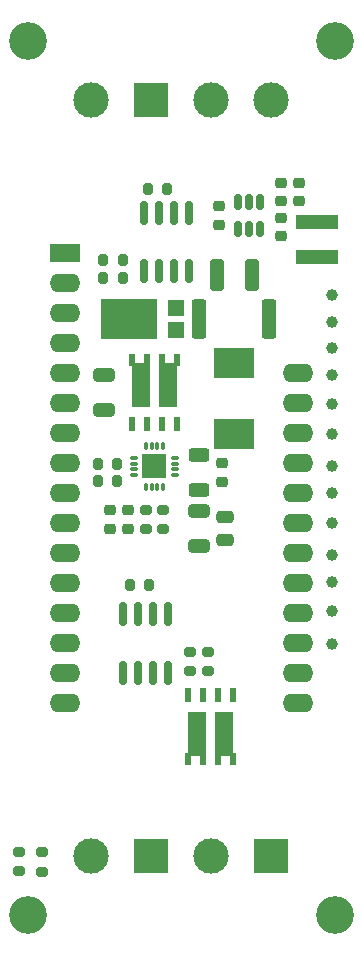
<source format=gbr>
%TF.GenerationSoftware,KiCad,Pcbnew,8.0.0*%
%TF.CreationDate,2024-05-24T13:22:15-04:00*%
%TF.ProjectId,MPPT Charge Controller,4d505054-2043-4686-9172-676520436f6e,0.1*%
%TF.SameCoordinates,Original*%
%TF.FileFunction,Soldermask,Top*%
%TF.FilePolarity,Negative*%
%FSLAX46Y46*%
G04 Gerber Fmt 4.6, Leading zero omitted, Abs format (unit mm)*
G04 Created by KiCad (PCBNEW 8.0.0) date 2024-05-24 13:22:15*
%MOMM*%
%LPD*%
G01*
G04 APERTURE LIST*
G04 Aperture macros list*
%AMRoundRect*
0 Rectangle with rounded corners*
0 $1 Rounding radius*
0 $2 $3 $4 $5 $6 $7 $8 $9 X,Y pos of 4 corners*
0 Add a 4 corners polygon primitive as box body*
4,1,4,$2,$3,$4,$5,$6,$7,$8,$9,$2,$3,0*
0 Add four circle primitives for the rounded corners*
1,1,$1+$1,$2,$3*
1,1,$1+$1,$4,$5*
1,1,$1+$1,$6,$7*
1,1,$1+$1,$8,$9*
0 Add four rect primitives between the rounded corners*
20,1,$1+$1,$2,$3,$4,$5,0*
20,1,$1+$1,$4,$5,$6,$7,0*
20,1,$1+$1,$6,$7,$8,$9,0*
20,1,$1+$1,$8,$9,$2,$3,0*%
G04 Aperture macros list end*
%ADD10RoundRect,0.250000X-1.050000X-0.550000X1.050000X-0.550000X1.050000X0.550000X-1.050000X0.550000X0*%
%ADD11O,2.600000X1.600000*%
%ADD12C,3.200000*%
%ADD13C,3.000000*%
%ADD14R,3.000000X3.000000*%
%ADD15RoundRect,0.225000X-0.250000X0.225000X-0.250000X-0.225000X0.250000X-0.225000X0.250000X0.225000X0*%
%ADD16RoundRect,0.250000X-0.362500X-1.425000X0.362500X-1.425000X0.362500X1.425000X-0.362500X1.425000X0*%
%ADD17RoundRect,0.150000X0.150000X-0.825000X0.150000X0.825000X-0.150000X0.825000X-0.150000X-0.825000X0*%
%ADD18RoundRect,0.200000X-0.275000X0.200000X-0.275000X-0.200000X0.275000X-0.200000X0.275000X0.200000X0*%
%ADD19C,1.000000*%
%ADD20RoundRect,0.225000X0.250000X-0.225000X0.250000X0.225000X-0.250000X0.225000X-0.250000X-0.225000X0*%
%ADD21R,3.600000X1.150000*%
%ADD22RoundRect,0.250000X0.650000X-0.325000X0.650000X0.325000X-0.650000X0.325000X-0.650000X-0.325000X0*%
%ADD23RoundRect,0.200000X-0.200000X-0.275000X0.200000X-0.275000X0.200000X0.275000X-0.200000X0.275000X0*%
%ADD24RoundRect,0.200000X0.200000X0.275000X-0.200000X0.275000X-0.200000X-0.275000X0.200000X-0.275000X0*%
%ADD25RoundRect,0.250000X0.325000X1.100000X-0.325000X1.100000X-0.325000X-1.100000X0.325000X-1.100000X0*%
%ADD26R,0.610000X1.270000*%
%ADD27R,1.650000X3.810000*%
%ADD28R,0.610000X1.020000*%
%ADD29RoundRect,0.250000X0.625000X-0.312500X0.625000X0.312500X-0.625000X0.312500X-0.625000X-0.312500X0*%
%ADD30RoundRect,0.150000X-0.150000X0.512500X-0.150000X-0.512500X0.150000X-0.512500X0.150000X0.512500X0*%
%ADD31R,3.500000X2.500000*%
%ADD32RoundRect,0.200000X0.275000X-0.200000X0.275000X0.200000X-0.275000X0.200000X-0.275000X-0.200000X0*%
%ADD33RoundRect,0.250000X0.475000X-0.250000X0.475000X0.250000X-0.475000X0.250000X-0.475000X-0.250000X0*%
%ADD34R,4.860000X3.360000*%
%ADD35R,1.400000X1.390000*%
%ADD36O,0.800000X0.280000*%
%ADD37O,0.280000X0.800000*%
%ADD38R,2.140000X2.140000*%
G04 APERTURE END LIST*
D10*
%TO.C,A1*%
X100140000Y-80960000D03*
D11*
X100140000Y-83500000D03*
X100140000Y-86040000D03*
X100140000Y-88580000D03*
X100140000Y-91120000D03*
X100140000Y-93660000D03*
X100140000Y-96200000D03*
X100140000Y-98740000D03*
X100140000Y-101280000D03*
X100140000Y-103820000D03*
X100140000Y-106360000D03*
X100140000Y-108900000D03*
X100140000Y-111440000D03*
X100140000Y-113980000D03*
X100140000Y-116520000D03*
X100140000Y-119060000D03*
X119860000Y-119060000D03*
X119860000Y-116520000D03*
X119860000Y-113980000D03*
X119860000Y-111440000D03*
X119860000Y-108900000D03*
X119860000Y-106360000D03*
X119860000Y-103820000D03*
X119860000Y-101280000D03*
X119860000Y-98740000D03*
X119860000Y-96200000D03*
X119860000Y-93660000D03*
X119860000Y-91120000D03*
%TD*%
D12*
%TO.C,*%
X123000000Y-137000000D03*
%TD*%
%TO.C,*%
X97000000Y-137000000D03*
%TD*%
%TO.C,*%
X97000000Y-63000000D03*
%TD*%
%TO.C,REF\u002A\u002A*%
X123000000Y-63000000D03*
%TD*%
D13*
%TO.C,TP15*%
X117620000Y-68000000D03*
%TD*%
%TO.C,TP14*%
X102380000Y-68000000D03*
%TD*%
%TO.C,J3*%
X112540000Y-132000000D03*
D14*
X117620000Y-132000000D03*
%TD*%
D13*
%TO.C,J2*%
X102380000Y-132000000D03*
D14*
X107460000Y-132000000D03*
%TD*%
D13*
%TO.C,J1*%
X112540000Y-68000000D03*
D14*
X107460000Y-68000000D03*
%TD*%
D15*
%TO.C,C10*%
X105500000Y-102725000D03*
X105500000Y-104275000D03*
%TD*%
D16*
%TO.C,R5*%
X111537500Y-86500000D03*
X117462500Y-86500000D03*
%TD*%
D17*
%TO.C,U3*%
X106845000Y-82475000D03*
X108115000Y-82475000D03*
X109385000Y-82475000D03*
X110655000Y-82475000D03*
X110655000Y-77525000D03*
X109385000Y-77525000D03*
X108115000Y-77525000D03*
X106845000Y-77525000D03*
%TD*%
D18*
%TO.C,R7*%
X98250000Y-131675000D03*
X98250000Y-133325000D03*
%TD*%
%TO.C,R8*%
X96250000Y-131637500D03*
X96250000Y-133287500D03*
%TD*%
D19*
%TO.C,TP8*%
X122750000Y-93750000D03*
%TD*%
D20*
%TO.C,C11*%
X113250000Y-78525000D03*
X113250000Y-76975000D03*
%TD*%
D21*
%TO.C,L2*%
X121500000Y-81225000D03*
X121500000Y-78275000D03*
%TD*%
D19*
%TO.C,TP3*%
X122750000Y-106500000D03*
%TD*%
%TO.C,TP4*%
X122750000Y-103750000D03*
%TD*%
D22*
%TO.C,C8*%
X111500000Y-105725000D03*
X111500000Y-102775000D03*
%TD*%
D19*
%TO.C,TP9*%
X122750000Y-91250000D03*
%TD*%
D23*
%TO.C,R3*%
X104575000Y-98750000D03*
X102925000Y-98750000D03*
%TD*%
D17*
%TO.C,U4*%
X105095000Y-116475000D03*
X106365000Y-116475000D03*
X107635000Y-116475000D03*
X108905000Y-116475000D03*
X108905000Y-111525000D03*
X107635000Y-111525000D03*
X106365000Y-111525000D03*
X105095000Y-111525000D03*
%TD*%
D15*
%TO.C,C3*%
X104000000Y-102725000D03*
X104000000Y-104275000D03*
%TD*%
D19*
%TO.C,TP11*%
X122750000Y-86750000D03*
%TD*%
D24*
%TO.C,R12*%
X105075000Y-83000000D03*
X103425000Y-83000000D03*
%TD*%
D19*
%TO.C,TP1*%
X122750000Y-96250000D03*
%TD*%
D25*
%TO.C,C1*%
X115975000Y-82750000D03*
X113025000Y-82750000D03*
%TD*%
D26*
%TO.C,Q1*%
X105845000Y-95420000D03*
X107115000Y-95420000D03*
X108385000Y-95420000D03*
X109655000Y-95420000D03*
D27*
X108880000Y-92060000D03*
D28*
X109655000Y-89955000D03*
X108385000Y-89955000D03*
X107115000Y-89955000D03*
D27*
X106620000Y-92060000D03*
D28*
X105845000Y-89955000D03*
%TD*%
D18*
%TO.C,R1*%
X108500000Y-102675000D03*
X108500000Y-104325000D03*
%TD*%
D24*
%TO.C,R14*%
X108825000Y-75500000D03*
X107175000Y-75500000D03*
%TD*%
D29*
%TO.C,RSR1*%
X111500000Y-100962500D03*
X111500000Y-98037500D03*
%TD*%
D30*
%TO.C,U2*%
X116700000Y-76612500D03*
X115750000Y-76612500D03*
X114800000Y-76612500D03*
X114800000Y-78887500D03*
X115750000Y-78887500D03*
X116700000Y-78887500D03*
%TD*%
D24*
%TO.C,R4*%
X104575000Y-100250000D03*
X102925000Y-100250000D03*
%TD*%
D20*
%TO.C,C14*%
X118500000Y-76525000D03*
X118500000Y-74975000D03*
%TD*%
D19*
%TO.C,TP6*%
X122750000Y-114010000D03*
%TD*%
D31*
%TO.C,L1*%
X114500000Y-96250000D03*
X114500000Y-90250000D03*
%TD*%
D32*
%TO.C,R2*%
X107000000Y-104325000D03*
X107000000Y-102675000D03*
%TD*%
D19*
%TO.C,TP5*%
X122750000Y-101250000D03*
%TD*%
%TO.C,TP7*%
X122750000Y-111250000D03*
%TD*%
D23*
%TO.C,R13*%
X103425000Y-81500000D03*
X105075000Y-81500000D03*
%TD*%
D19*
%TO.C,TP13*%
X122750000Y-108750000D03*
%TD*%
D20*
%TO.C,C12*%
X118500000Y-79525000D03*
X118500000Y-77975000D03*
%TD*%
D33*
%TO.C,C9*%
X113750000Y-105200000D03*
X113750000Y-103300000D03*
%TD*%
D32*
%TO.C,R15*%
X110750000Y-116325000D03*
X110750000Y-114675000D03*
%TD*%
D18*
%TO.C,R16*%
X112250000Y-114675000D03*
X112250000Y-116325000D03*
%TD*%
D26*
%TO.C,Q2*%
X114405000Y-118330000D03*
X113135000Y-118330000D03*
X111865000Y-118330000D03*
X110595000Y-118330000D03*
D27*
X111370000Y-121690000D03*
D28*
X110595000Y-123795000D03*
X111865000Y-123795000D03*
X113135000Y-123795000D03*
D27*
X113630000Y-121690000D03*
D28*
X114405000Y-123795000D03*
%TD*%
D15*
%TO.C,C7*%
X113500000Y-98725000D03*
X113500000Y-100275000D03*
%TD*%
D22*
%TO.C,C6*%
X103500000Y-94225000D03*
X103500000Y-91275000D03*
%TD*%
D19*
%TO.C,TP12*%
X122750000Y-84500000D03*
%TD*%
%TO.C,TP2*%
X122750000Y-99000000D03*
%TD*%
D24*
%TO.C,R11*%
X107325000Y-109000000D03*
X105675000Y-109000000D03*
%TD*%
D20*
%TO.C,C13*%
X120000000Y-76525000D03*
X120000000Y-74975000D03*
%TD*%
D34*
%TO.C,D1*%
X105630000Y-86500000D03*
D35*
X109612000Y-85580000D03*
X109612000Y-87420000D03*
%TD*%
D36*
%TO.C,U1*%
X106000000Y-98250000D03*
X106000000Y-98750000D03*
X106000000Y-99250000D03*
X106000000Y-99750000D03*
D37*
X107000000Y-100750000D03*
X107500000Y-100750000D03*
X108000000Y-100750000D03*
X108500000Y-100750000D03*
D36*
X109500000Y-99750000D03*
X109500000Y-99250000D03*
X109500000Y-98750000D03*
X109500000Y-98250000D03*
D37*
X108500000Y-97250000D03*
X108000000Y-97250000D03*
X107500000Y-97250000D03*
X107000000Y-97250000D03*
D38*
X107750000Y-99000000D03*
%TD*%
D19*
%TO.C,TP10*%
X122750000Y-89000000D03*
%TD*%
M02*

</source>
